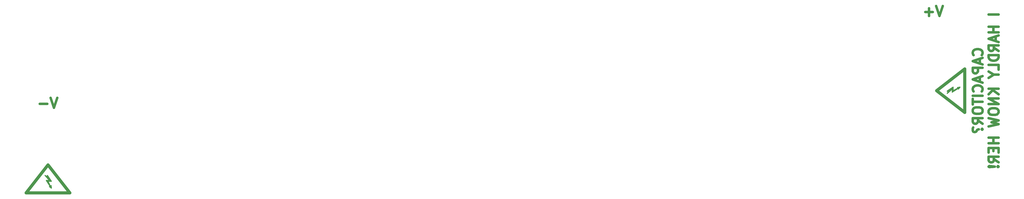
<source format=gbo>
G04 #@! TF.GenerationSoftware,KiCad,Pcbnew,7.0.2*
G04 #@! TF.CreationDate,2024-02-27T13:18:42-06:00*
G04 #@! TF.ProjectId,CapBankBreakout,43617042-616e-46b4-9272-65616b6f7574,rev?*
G04 #@! TF.SameCoordinates,Original*
G04 #@! TF.FileFunction,Legend,Bot*
G04 #@! TF.FilePolarity,Positive*
%FSLAX46Y46*%
G04 Gerber Fmt 4.6, Leading zero omitted, Abs format (unit mm)*
G04 Created by KiCad (PCBNEW 7.0.2) date 2024-02-27 13:18:42*
%MOMM*%
%LPD*%
G01*
G04 APERTURE LIST*
%ADD10C,1.016000*%
%ADD11C,1.000000*%
%ADD12C,0.100000*%
%ADD13C,1.270000*%
%ADD14C,0.381000*%
%ADD15R,18.288000X18.288000*%
%ADD16R,2.082800X2.082800*%
%ADD17C,2.082800*%
G04 APERTURE END LIST*
D10*
X499370476Y-115438643D02*
X498015809Y-119502643D01*
X498015809Y-119502643D02*
X496661143Y-115438643D01*
X495306475Y-117954453D02*
X492210095Y-117954453D01*
X493758285Y-119502643D02*
X493758285Y-116406262D01*
X139370476Y-152938643D02*
X138015809Y-157002643D01*
X138015809Y-157002643D02*
X136661143Y-152938643D01*
X135306475Y-155454453D02*
X132210095Y-155454453D01*
D11*
X515149523Y-135523810D02*
X515340000Y-135333334D01*
X515340000Y-135333334D02*
X515530476Y-134761905D01*
X515530476Y-134761905D02*
X515530476Y-134380953D01*
X515530476Y-134380953D02*
X515340000Y-133809524D01*
X515340000Y-133809524D02*
X514959047Y-133428572D01*
X514959047Y-133428572D02*
X514578095Y-133238095D01*
X514578095Y-133238095D02*
X513816190Y-133047619D01*
X513816190Y-133047619D02*
X513244761Y-133047619D01*
X513244761Y-133047619D02*
X512482857Y-133238095D01*
X512482857Y-133238095D02*
X512101904Y-133428572D01*
X512101904Y-133428572D02*
X511720952Y-133809524D01*
X511720952Y-133809524D02*
X511530476Y-134380953D01*
X511530476Y-134380953D02*
X511530476Y-134761905D01*
X511530476Y-134761905D02*
X511720952Y-135333334D01*
X511720952Y-135333334D02*
X511911428Y-135523810D01*
X514387619Y-137047619D02*
X514387619Y-138952381D01*
X515530476Y-136666667D02*
X511530476Y-138000000D01*
X511530476Y-138000000D02*
X515530476Y-139333334D01*
X515530476Y-140666666D02*
X511530476Y-140666666D01*
X511530476Y-140666666D02*
X511530476Y-142190476D01*
X511530476Y-142190476D02*
X511720952Y-142571428D01*
X511720952Y-142571428D02*
X511911428Y-142761905D01*
X511911428Y-142761905D02*
X512292380Y-142952381D01*
X512292380Y-142952381D02*
X512863809Y-142952381D01*
X512863809Y-142952381D02*
X513244761Y-142761905D01*
X513244761Y-142761905D02*
X513435238Y-142571428D01*
X513435238Y-142571428D02*
X513625714Y-142190476D01*
X513625714Y-142190476D02*
X513625714Y-140666666D01*
X514387619Y-144476190D02*
X514387619Y-146380952D01*
X515530476Y-144095238D02*
X511530476Y-145428571D01*
X511530476Y-145428571D02*
X515530476Y-146761905D01*
X515149523Y-150380952D02*
X515340000Y-150190476D01*
X515340000Y-150190476D02*
X515530476Y-149619047D01*
X515530476Y-149619047D02*
X515530476Y-149238095D01*
X515530476Y-149238095D02*
X515340000Y-148666666D01*
X515340000Y-148666666D02*
X514959047Y-148285714D01*
X514959047Y-148285714D02*
X514578095Y-148095237D01*
X514578095Y-148095237D02*
X513816190Y-147904761D01*
X513816190Y-147904761D02*
X513244761Y-147904761D01*
X513244761Y-147904761D02*
X512482857Y-148095237D01*
X512482857Y-148095237D02*
X512101904Y-148285714D01*
X512101904Y-148285714D02*
X511720952Y-148666666D01*
X511720952Y-148666666D02*
X511530476Y-149238095D01*
X511530476Y-149238095D02*
X511530476Y-149619047D01*
X511530476Y-149619047D02*
X511720952Y-150190476D01*
X511720952Y-150190476D02*
X511911428Y-150380952D01*
X515530476Y-152095237D02*
X511530476Y-152095237D01*
X511530476Y-153428571D02*
X511530476Y-155714285D01*
X515530476Y-154571428D02*
X511530476Y-154571428D01*
X511530476Y-157809523D02*
X511530476Y-158571428D01*
X511530476Y-158571428D02*
X511720952Y-158952380D01*
X511720952Y-158952380D02*
X512101904Y-159333333D01*
X512101904Y-159333333D02*
X512863809Y-159523809D01*
X512863809Y-159523809D02*
X514197142Y-159523809D01*
X514197142Y-159523809D02*
X514959047Y-159333333D01*
X514959047Y-159333333D02*
X515340000Y-158952380D01*
X515340000Y-158952380D02*
X515530476Y-158571428D01*
X515530476Y-158571428D02*
X515530476Y-157809523D01*
X515530476Y-157809523D02*
X515340000Y-157428571D01*
X515340000Y-157428571D02*
X514959047Y-157047618D01*
X514959047Y-157047618D02*
X514197142Y-156857142D01*
X514197142Y-156857142D02*
X512863809Y-156857142D01*
X512863809Y-156857142D02*
X512101904Y-157047618D01*
X512101904Y-157047618D02*
X511720952Y-157428571D01*
X511720952Y-157428571D02*
X511530476Y-157809523D01*
X515530476Y-163523809D02*
X513625714Y-162190475D01*
X515530476Y-161238094D02*
X511530476Y-161238094D01*
X511530476Y-161238094D02*
X511530476Y-162761904D01*
X511530476Y-162761904D02*
X511720952Y-163142856D01*
X511720952Y-163142856D02*
X511911428Y-163333333D01*
X511911428Y-163333333D02*
X512292380Y-163523809D01*
X512292380Y-163523809D02*
X512863809Y-163523809D01*
X512863809Y-163523809D02*
X513244761Y-163333333D01*
X513244761Y-163333333D02*
X513435238Y-163142856D01*
X513435238Y-163142856D02*
X513625714Y-162761904D01*
X513625714Y-162761904D02*
X513625714Y-161238094D01*
X515149523Y-165809523D02*
X515340000Y-165999999D01*
X515340000Y-165999999D02*
X515530476Y-165809523D01*
X515530476Y-165809523D02*
X515340000Y-165619047D01*
X515340000Y-165619047D02*
X515149523Y-165809523D01*
X515149523Y-165809523D02*
X515530476Y-165809523D01*
X511720952Y-165047618D02*
X511530476Y-165428571D01*
X511530476Y-165428571D02*
X511530476Y-166380952D01*
X511530476Y-166380952D02*
X511720952Y-166761904D01*
X511720952Y-166761904D02*
X512101904Y-166952380D01*
X512101904Y-166952380D02*
X512482857Y-166952380D01*
X512482857Y-166952380D02*
X512863809Y-166761904D01*
X512863809Y-166761904D02*
X513054285Y-166571428D01*
X513054285Y-166571428D02*
X513244761Y-166190475D01*
X513244761Y-166190475D02*
X513435238Y-165999999D01*
X513435238Y-165999999D02*
X513816190Y-165809523D01*
X513816190Y-165809523D02*
X514006666Y-165809523D01*
X522010476Y-118952381D02*
X518010476Y-118952381D01*
X522010476Y-123904762D02*
X518010476Y-123904762D01*
X519915238Y-123904762D02*
X519915238Y-126190477D01*
X522010476Y-126190477D02*
X518010476Y-126190477D01*
X520867619Y-127904762D02*
X520867619Y-129809524D01*
X522010476Y-127523810D02*
X518010476Y-128857143D01*
X518010476Y-128857143D02*
X522010476Y-130190477D01*
X522010476Y-133809524D02*
X520105714Y-132476190D01*
X522010476Y-131523809D02*
X518010476Y-131523809D01*
X518010476Y-131523809D02*
X518010476Y-133047619D01*
X518010476Y-133047619D02*
X518200952Y-133428571D01*
X518200952Y-133428571D02*
X518391428Y-133619048D01*
X518391428Y-133619048D02*
X518772380Y-133809524D01*
X518772380Y-133809524D02*
X519343809Y-133809524D01*
X519343809Y-133809524D02*
X519724761Y-133619048D01*
X519724761Y-133619048D02*
X519915238Y-133428571D01*
X519915238Y-133428571D02*
X520105714Y-133047619D01*
X520105714Y-133047619D02*
X520105714Y-131523809D01*
X522010476Y-135523809D02*
X518010476Y-135523809D01*
X518010476Y-135523809D02*
X518010476Y-136476190D01*
X518010476Y-136476190D02*
X518200952Y-137047619D01*
X518200952Y-137047619D02*
X518581904Y-137428571D01*
X518581904Y-137428571D02*
X518962857Y-137619048D01*
X518962857Y-137619048D02*
X519724761Y-137809524D01*
X519724761Y-137809524D02*
X520296190Y-137809524D01*
X520296190Y-137809524D02*
X521058095Y-137619048D01*
X521058095Y-137619048D02*
X521439047Y-137428571D01*
X521439047Y-137428571D02*
X521820000Y-137047619D01*
X521820000Y-137047619D02*
X522010476Y-136476190D01*
X522010476Y-136476190D02*
X522010476Y-135523809D01*
X522010476Y-141428571D02*
X522010476Y-139523809D01*
X522010476Y-139523809D02*
X518010476Y-139523809D01*
X520105714Y-143523809D02*
X522010476Y-143523809D01*
X518010476Y-142190476D02*
X520105714Y-143523809D01*
X520105714Y-143523809D02*
X518010476Y-144857143D01*
X522010476Y-149238094D02*
X518010476Y-149238094D01*
X522010476Y-151523809D02*
X519724761Y-149809523D01*
X518010476Y-151523809D02*
X520296190Y-149238094D01*
X522010476Y-153238094D02*
X518010476Y-153238094D01*
X518010476Y-153238094D02*
X522010476Y-155523809D01*
X522010476Y-155523809D02*
X518010476Y-155523809D01*
X518010476Y-158190475D02*
X518010476Y-158952380D01*
X518010476Y-158952380D02*
X518200952Y-159333332D01*
X518200952Y-159333332D02*
X518581904Y-159714285D01*
X518581904Y-159714285D02*
X519343809Y-159904761D01*
X519343809Y-159904761D02*
X520677142Y-159904761D01*
X520677142Y-159904761D02*
X521439047Y-159714285D01*
X521439047Y-159714285D02*
X521820000Y-159333332D01*
X521820000Y-159333332D02*
X522010476Y-158952380D01*
X522010476Y-158952380D02*
X522010476Y-158190475D01*
X522010476Y-158190475D02*
X521820000Y-157809523D01*
X521820000Y-157809523D02*
X521439047Y-157428570D01*
X521439047Y-157428570D02*
X520677142Y-157238094D01*
X520677142Y-157238094D02*
X519343809Y-157238094D01*
X519343809Y-157238094D02*
X518581904Y-157428570D01*
X518581904Y-157428570D02*
X518200952Y-157809523D01*
X518200952Y-157809523D02*
X518010476Y-158190475D01*
X518010476Y-161238094D02*
X522010476Y-162190475D01*
X522010476Y-162190475D02*
X519153333Y-162952380D01*
X519153333Y-162952380D02*
X522010476Y-163714285D01*
X522010476Y-163714285D02*
X518010476Y-164666666D01*
X522010476Y-169238094D02*
X518010476Y-169238094D01*
X519915238Y-169238094D02*
X519915238Y-171523809D01*
X522010476Y-171523809D02*
X518010476Y-171523809D01*
X519915238Y-173428570D02*
X519915238Y-174761904D01*
X522010476Y-175333332D02*
X522010476Y-173428570D01*
X522010476Y-173428570D02*
X518010476Y-173428570D01*
X518010476Y-173428570D02*
X518010476Y-175333332D01*
X522010476Y-179333333D02*
X520105714Y-177999999D01*
X522010476Y-177047618D02*
X518010476Y-177047618D01*
X518010476Y-177047618D02*
X518010476Y-178571428D01*
X518010476Y-178571428D02*
X518200952Y-178952380D01*
X518200952Y-178952380D02*
X518391428Y-179142857D01*
X518391428Y-179142857D02*
X518772380Y-179333333D01*
X518772380Y-179333333D02*
X519343809Y-179333333D01*
X519343809Y-179333333D02*
X519724761Y-179142857D01*
X519724761Y-179142857D02*
X519915238Y-178952380D01*
X519915238Y-178952380D02*
X520105714Y-178571428D01*
X520105714Y-178571428D02*
X520105714Y-177047618D01*
X521629523Y-181047618D02*
X521820000Y-181238095D01*
X521820000Y-181238095D02*
X522010476Y-181047618D01*
X522010476Y-181047618D02*
X521820000Y-180857142D01*
X521820000Y-180857142D02*
X521629523Y-181047618D01*
X521629523Y-181047618D02*
X522010476Y-181047618D01*
X520486666Y-181047618D02*
X518200952Y-180857142D01*
X518200952Y-180857142D02*
X518010476Y-181047618D01*
X518010476Y-181047618D02*
X518200952Y-181238095D01*
X518200952Y-181238095D02*
X520486666Y-181047618D01*
X520486666Y-181047618D02*
X518010476Y-181047618D01*
D12*
X508677619Y-148666666D02*
X508201428Y-148333333D01*
X508677619Y-148095238D02*
X507677619Y-148095238D01*
X507677619Y-148095238D02*
X507677619Y-148476190D01*
X507677619Y-148476190D02*
X507725238Y-148571428D01*
X507725238Y-148571428D02*
X507772857Y-148619047D01*
X507772857Y-148619047D02*
X507868095Y-148666666D01*
X507868095Y-148666666D02*
X508010952Y-148666666D01*
X508010952Y-148666666D02*
X508106190Y-148619047D01*
X508106190Y-148619047D02*
X508153809Y-148571428D01*
X508153809Y-148571428D02*
X508201428Y-148476190D01*
X508201428Y-148476190D02*
X508201428Y-148095238D01*
X508153809Y-149095238D02*
X508153809Y-149428571D01*
X508677619Y-149571428D02*
X508677619Y-149095238D01*
X508677619Y-149095238D02*
X507677619Y-149095238D01*
X507677619Y-149095238D02*
X507677619Y-149571428D01*
X508153809Y-150333333D02*
X508153809Y-150000000D01*
X508677619Y-150000000D02*
X507677619Y-150000000D01*
X507677619Y-150000000D02*
X507677619Y-150476190D01*
X507677619Y-151000000D02*
X507915714Y-151000000D01*
X507820476Y-150761905D02*
X507915714Y-151000000D01*
X507915714Y-151000000D02*
X507820476Y-151238095D01*
X508106190Y-150857143D02*
X507915714Y-151000000D01*
X507915714Y-151000000D02*
X508106190Y-151142857D01*
X507677619Y-151761905D02*
X507915714Y-151761905D01*
X507820476Y-151523810D02*
X507915714Y-151761905D01*
X507915714Y-151761905D02*
X507820476Y-152000000D01*
X508106190Y-151619048D02*
X507915714Y-151761905D01*
X507915714Y-151761905D02*
X508106190Y-151904762D01*
X136833333Y-192177619D02*
X137166666Y-191701428D01*
X137404761Y-192177619D02*
X137404761Y-191177619D01*
X137404761Y-191177619D02*
X137023809Y-191177619D01*
X137023809Y-191177619D02*
X136928571Y-191225238D01*
X136928571Y-191225238D02*
X136880952Y-191272857D01*
X136880952Y-191272857D02*
X136833333Y-191368095D01*
X136833333Y-191368095D02*
X136833333Y-191510952D01*
X136833333Y-191510952D02*
X136880952Y-191606190D01*
X136880952Y-191606190D02*
X136928571Y-191653809D01*
X136928571Y-191653809D02*
X137023809Y-191701428D01*
X137023809Y-191701428D02*
X137404761Y-191701428D01*
X136404761Y-191653809D02*
X136071428Y-191653809D01*
X135928571Y-192177619D02*
X136404761Y-192177619D01*
X136404761Y-192177619D02*
X136404761Y-191177619D01*
X136404761Y-191177619D02*
X135928571Y-191177619D01*
X135166666Y-191653809D02*
X135499999Y-191653809D01*
X135499999Y-192177619D02*
X135499999Y-191177619D01*
X135499999Y-191177619D02*
X135023809Y-191177619D01*
X134499999Y-191177619D02*
X134499999Y-191415714D01*
X134738094Y-191320476D02*
X134499999Y-191415714D01*
X134499999Y-191415714D02*
X134261904Y-191320476D01*
X134642856Y-191606190D02*
X134499999Y-191415714D01*
X134499999Y-191415714D02*
X134357142Y-191606190D01*
X133738094Y-191177619D02*
X133738094Y-191415714D01*
X133976189Y-191320476D02*
X133738094Y-191415714D01*
X133738094Y-191415714D02*
X133499999Y-191320476D01*
X133880951Y-191606190D02*
X133738094Y-191415714D01*
X133738094Y-191415714D02*
X133595237Y-191606190D01*
D13*
X508215000Y-141110000D02*
X496785000Y-150000000D01*
D14*
X506310000Y-148603000D02*
X505675000Y-149365000D01*
X503516000Y-148603000D02*
X503516000Y-150000000D01*
X505294000Y-148730000D02*
X506310000Y-148603000D01*
X505929000Y-148857000D02*
X503135000Y-150635000D01*
X505802000Y-148857000D02*
X505294000Y-148730000D01*
X503389000Y-148984000D02*
X503389000Y-150254000D01*
X505675000Y-149365000D02*
X505929000Y-148857000D01*
X503135000Y-149365000D02*
X501103000Y-151143000D01*
X503516000Y-150000000D02*
X505802000Y-148857000D01*
D13*
X496785000Y-150000000D02*
X508215000Y-158890000D01*
D14*
X501230000Y-150127000D02*
X503516000Y-148603000D01*
X501611000Y-150381000D02*
X501103000Y-150254000D01*
X501484000Y-150381000D02*
X503389000Y-148984000D01*
X503135000Y-150635000D02*
X503135000Y-149365000D01*
X501103000Y-151143000D02*
X501611000Y-150381000D01*
D13*
X508215000Y-158890000D02*
X508215000Y-141110000D01*
X144390000Y-191715000D02*
X135500000Y-180285000D01*
D14*
X136897000Y-189810000D02*
X136135000Y-189175000D01*
X136897000Y-187016000D02*
X135500000Y-187016000D01*
X136770000Y-188794000D02*
X136897000Y-189810000D01*
X136643000Y-189429000D02*
X134865000Y-186635000D01*
X136643000Y-189302000D02*
X136770000Y-188794000D01*
X136516000Y-186889000D02*
X135246000Y-186889000D01*
X136135000Y-189175000D02*
X136643000Y-189429000D01*
X136135000Y-186635000D02*
X134357000Y-184603000D01*
X135500000Y-187016000D02*
X136643000Y-189302000D01*
D13*
X135500000Y-180285000D02*
X126610000Y-191715000D01*
D14*
X135373000Y-184730000D02*
X136897000Y-187016000D01*
X135119000Y-185111000D02*
X135246000Y-184603000D01*
X135119000Y-184984000D02*
X136516000Y-186889000D01*
X134865000Y-186635000D02*
X136135000Y-186635000D01*
X134357000Y-184603000D02*
X135119000Y-185111000D01*
D13*
X126610000Y-191715000D02*
X144390000Y-191715000D01*
%LPC*%
D15*
X135585000Y-168965000D03*
D16*
X216994998Y-180175709D03*
D17*
X216994998Y-157675709D03*
X226737784Y-174550709D03*
X207252212Y-174550709D03*
D16*
X282994998Y-119495409D03*
D17*
X282994998Y-141995409D03*
X273252212Y-125120409D03*
X292737784Y-125120409D03*
D16*
X172994998Y-180175709D03*
D17*
X172994998Y-157675709D03*
X182737784Y-174550709D03*
X163252212Y-174550709D03*
D16*
X436994998Y-180175709D03*
D17*
X436994998Y-157675709D03*
X446737784Y-174550709D03*
X427252212Y-174550709D03*
D16*
X458994998Y-119585559D03*
D17*
X458994998Y-142085559D03*
X449252212Y-125210559D03*
X468737784Y-125210559D03*
D16*
X150994998Y-119495409D03*
D17*
X150994998Y-141995409D03*
X141252212Y-125120409D03*
X160737784Y-125120409D03*
D16*
X326994998Y-119495409D03*
D17*
X326994998Y-141995409D03*
X317252212Y-125120409D03*
X336737784Y-125120409D03*
D16*
X392994998Y-180085559D03*
D17*
X392994998Y-157585559D03*
X402737784Y-174460559D03*
X383252212Y-174460559D03*
D16*
X370994998Y-119585559D03*
D17*
X370994998Y-142085559D03*
X361252212Y-125210559D03*
X380737784Y-125210559D03*
D16*
X238994998Y-119495409D03*
D17*
X238994998Y-141995409D03*
X229252212Y-125120409D03*
X248737784Y-125120409D03*
D16*
X480994998Y-180175709D03*
D17*
X480994998Y-157675709D03*
X490737784Y-174550709D03*
X471252212Y-174550709D03*
D16*
X304994998Y-180175709D03*
D17*
X304994998Y-157675709D03*
X314737784Y-174550709D03*
X295252212Y-174550709D03*
D16*
X260994998Y-180175709D03*
D17*
X260994998Y-157675709D03*
X270737784Y-174550709D03*
X251252212Y-174550709D03*
D16*
X194994998Y-119495409D03*
D17*
X194994998Y-141995409D03*
X185252212Y-125120409D03*
X204737784Y-125120409D03*
D16*
X348994998Y-180175709D03*
D17*
X348994998Y-157675709D03*
X358737784Y-174550709D03*
X339252212Y-174550709D03*
D15*
X496265000Y-130865000D03*
D16*
X414994998Y-119585559D03*
D17*
X414994998Y-142085559D03*
X405252212Y-125210559D03*
X424737784Y-125210559D03*
%LPD*%
M02*

</source>
